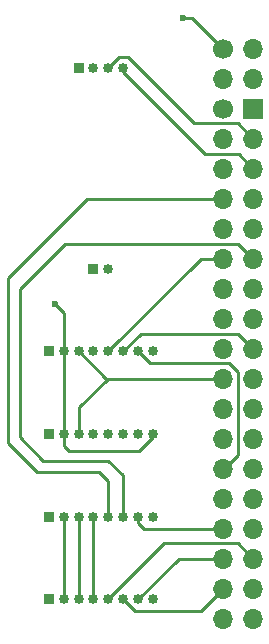
<source format=gbr>
%TF.GenerationSoftware,KiCad,Pcbnew,8.0.9*%
%TF.CreationDate,2026-01-01T18:04:30+09:00*%
%TF.ProjectId,Main,4d61696e-2e6b-4696-9361-645f70636258,rev?*%
%TF.SameCoordinates,Original*%
%TF.FileFunction,Copper,L1,Top*%
%TF.FilePolarity,Positive*%
%FSLAX46Y46*%
G04 Gerber Fmt 4.6, Leading zero omitted, Abs format (unit mm)*
G04 Created by KiCad (PCBNEW 8.0.9) date 2026-01-01 18:04:30*
%MOMM*%
%LPD*%
G01*
G04 APERTURE LIST*
%TA.AperFunction,ComponentPad*%
%ADD10C,1.700000*%
%TD*%
%TA.AperFunction,ComponentPad*%
%ADD11O,1.700000X1.700000*%
%TD*%
%TA.AperFunction,ComponentPad*%
%ADD12R,1.700000X1.700000*%
%TD*%
%TA.AperFunction,ComponentPad*%
%ADD13R,0.850000X0.850000*%
%TD*%
%TA.AperFunction,ComponentPad*%
%ADD14C,0.850000*%
%TD*%
%TA.AperFunction,ViaPad*%
%ADD15C,0.600000*%
%TD*%
%TA.AperFunction,Conductor*%
%ADD16C,0.240000*%
%TD*%
G04 APERTURE END LIST*
D10*
%TO.P,J1,1,3.3V*%
%TO.N,Net-(J1-3.3V)*%
X155230000Y-73370000D03*
D11*
%TO.P,J1,2,5V*%
%TO.N,Net-(J6-5V)*%
X157770000Y-73370000D03*
%TO.P,J1,3,Pin_3*%
%TO.N,unconnected-(J1-Pin_3-Pad3)*%
X155230000Y-75910000D03*
%TO.P,J1,4,5V*%
%TO.N,unconnected-(J1-5V-Pad4)*%
X157770000Y-75910000D03*
D10*
%TO.P,J1,5,Pin_5*%
%TO.N,unconnected-(J1-Pin_5-Pad5)*%
X155230000Y-78450000D03*
D12*
%TO.P,J1,6,GND*%
%TO.N,GND*%
X157770000Y-78450000D03*
D11*
%TO.P,J1,7,Pin_7*%
%TO.N,unconnected-(J1-Pin_7-Pad7)*%
X155230000Y-80990000D03*
%TO.P,J1,8,Pin_8*%
%TO.N,Net-(J1-Pin_8)*%
X157770000Y-80990000D03*
%TO.P,J1,9,Pin_9*%
%TO.N,unconnected-(J1-Pin_9-Pad9)*%
X155230000Y-83530000D03*
%TO.P,J1,10,Pin_10*%
%TO.N,Net-(J1-Pin_10)*%
X157770000Y-83530000D03*
%TO.P,J1,11,DP3_RST*%
%TO.N,Net-(J1-DP3_RST)*%
X155230000Y-86070000D03*
%TO.P,J1,12,Pin_12*%
%TO.N,unconnected-(J1-Pin_12-Pad12)*%
X157770000Y-86070000D03*
%TO.P,J1,13,DP2_RST*%
%TO.N,Net-(J1-DP2_RST)*%
X155230000Y-88610000D03*
%TO.P,J1,14,Pin_14*%
%TO.N,unconnected-(J1-Pin_14-Pad14)*%
X157770000Y-88610000D03*
%TO.P,J1,15,DP1_RST*%
%TO.N,Net-(J1-DP1_RST)*%
X155230000Y-91150000D03*
%TO.P,J1,16,DP3_DC*%
%TO.N,Net-(J1-DP3_DC)*%
X157770000Y-91150000D03*
%TO.P,J1,17,Pin_17*%
%TO.N,unconnected-(J1-Pin_17-Pad17)*%
X155230000Y-93690000D03*
%TO.P,J1,18,DP2_DC*%
%TO.N,Net-(J1-DP2_DC)*%
X157770000Y-93690000D03*
%TO.P,J1,19,SDA*%
%TO.N,Net-(J1-SDA)*%
X155230000Y-96230000D03*
%TO.P,J1,20,Pin_20*%
%TO.N,unconnected-(J1-Pin_20-Pad20)*%
X157770000Y-96230000D03*
%TO.P,J1,21,Pin_21*%
%TO.N,unconnected-(J1-Pin_21-Pad21)*%
X155230000Y-98770000D03*
%TO.P,J1,22,DP1_DC*%
%TO.N,Net-(J1-DP1_DC)*%
X157770000Y-98770000D03*
%TO.P,J1,23,SCK*%
%TO.N,Net-(J1-SCK)*%
X155230000Y-101310000D03*
%TO.P,J1,24,Pin_24*%
%TO.N,unconnected-(J1-Pin_24-Pad24)*%
X157770000Y-101310000D03*
%TO.P,J1,25,Pin_25*%
%TO.N,unconnected-(J1-Pin_25-Pad25)*%
X155230000Y-103850000D03*
%TO.P,J1,26,Pin_26*%
%TO.N,unconnected-(J1-Pin_26-Pad26)*%
X157770000Y-103850000D03*
%TO.P,J1,27,Pin_27*%
%TO.N,unconnected-(J1-Pin_27-Pad27)*%
X155230000Y-106390000D03*
%TO.P,J1,28,Pin_28*%
%TO.N,unconnected-(J1-Pin_28-Pad28)*%
X157770000Y-106390000D03*
%TO.P,J1,29,DP1_CS*%
%TO.N,Net-(J1-DP1_CS)*%
X155230000Y-108930000D03*
%TO.P,J1,30,Pin_30*%
%TO.N,unconnected-(J1-Pin_30-Pad30)*%
X157770000Y-108930000D03*
%TO.P,J1,31,DP2_CS*%
%TO.N,Net-(J1-DP2_CS)*%
X155230000Y-111470000D03*
%TO.P,J1,32,Pin_32*%
%TO.N,unconnected-(J1-Pin_32-Pad32)*%
X157770000Y-111470000D03*
%TO.P,J1,33,DP3_CS*%
%TO.N,Net-(J1-DP3_CS)*%
X155230000Y-114010000D03*
%TO.P,J1,34,Pin_34*%
%TO.N,unconnected-(J1-Pin_34-Pad34)*%
X157770000Y-114010000D03*
%TO.P,J1,35,DP4_CS*%
%TO.N,Net-(J1-DP4_CS)*%
X155230000Y-116550000D03*
%TO.P,J1,36,DP4_RST*%
%TO.N,Net-(J1-DP4_RST)*%
X157770000Y-116550000D03*
%TO.P,J1,37,DP4_DC*%
%TO.N,Net-(J1-DP4_DC)*%
X155230000Y-119090000D03*
%TO.P,J1,38,Pin_38*%
%TO.N,unconnected-(J1-Pin_38-Pad38)*%
X157770000Y-119090000D03*
%TO.P,J1,39,Pin_39*%
%TO.N,unconnected-(J1-Pin_39-Pad39)*%
X155230000Y-121630000D03*
%TO.P,J1,40,Pin_40*%
%TO.N,unconnected-(J1-Pin_40-Pad40)*%
X157770000Y-121630000D03*
%TD*%
D13*
%TO.P,J5,1,GND*%
%TO.N,GND*%
X140500000Y-120000000D03*
D14*
%TO.P,J5,2,VCC*%
%TO.N,Net-(J1-3.3V)*%
X141750000Y-120000000D03*
%TO.P,J5,3,SCL*%
%TO.N,Net-(J1-SCK)*%
X143000000Y-120000000D03*
%TO.P,J5,4,SDA*%
%TO.N,Net-(J1-SDA)*%
X144250000Y-120000000D03*
%TO.P,J5,5,RST*%
%TO.N,Net-(J1-DP4_RST)*%
X145500000Y-120000000D03*
%TO.P,J5,6,DC*%
%TO.N,Net-(J1-DP4_DC)*%
X146750000Y-120000000D03*
%TO.P,J5,7,CS*%
%TO.N,Net-(J1-DP4_CS)*%
X148000000Y-120000000D03*
%TO.P,J5,8,BL*%
%TO.N,Net-(J1-3.3V)*%
X149250000Y-120000000D03*
%TD*%
D13*
%TO.P,J2,1,GND*%
%TO.N,GND*%
X140500000Y-99000000D03*
D14*
%TO.P,J2,2,VCC*%
%TO.N,Net-(J1-3.3V)*%
X141750000Y-99000000D03*
%TO.P,J2,3,SCL*%
%TO.N,Net-(J1-SCK)*%
X143000000Y-99000000D03*
%TO.P,J2,4,SDA*%
%TO.N,Net-(J1-SDA)*%
X144250000Y-99000000D03*
%TO.P,J2,5,RST*%
%TO.N,Net-(J1-DP1_RST)*%
X145500000Y-99000000D03*
%TO.P,J2,6,DC*%
%TO.N,Net-(J1-DP1_DC)*%
X146750000Y-99000000D03*
%TO.P,J2,7,CS*%
%TO.N,Net-(J1-DP1_CS)*%
X148000000Y-99000000D03*
%TO.P,J2,8,BL*%
%TO.N,Net-(J1-3.3V)*%
X149250000Y-99000000D03*
%TD*%
D13*
%TO.P,J3,1,GND*%
%TO.N,GND*%
X140500000Y-106000000D03*
D14*
%TO.P,J3,2,VCC*%
%TO.N,Net-(J1-3.3V)*%
X141750000Y-106000000D03*
%TO.P,J3,3,SCL*%
%TO.N,Net-(J1-SCK)*%
X143000000Y-106000000D03*
%TO.P,J3,4,SDA*%
%TO.N,Net-(J1-SDA)*%
X144250000Y-106000000D03*
%TO.P,J3,5,RST*%
%TO.N,Net-(J1-DP2_RST)*%
X145500000Y-106000000D03*
%TO.P,J3,6,DC*%
%TO.N,Net-(J1-DP2_DC)*%
X146750000Y-106000000D03*
%TO.P,J3,7,CS*%
%TO.N,Net-(J1-DP2_CS)*%
X148000000Y-106000000D03*
%TO.P,J3,8,BL*%
%TO.N,Net-(J1-3.3V)*%
X149250000Y-106000000D03*
%TD*%
D13*
%TO.P,J7,1,GND*%
%TO.N,GND*%
X144250000Y-92000000D03*
D14*
%TO.P,J7,2,5V*%
%TO.N,Net-(J6-5V)*%
X145500000Y-92000000D03*
%TD*%
D13*
%TO.P,J4,1,GND*%
%TO.N,GND*%
X140500000Y-113000000D03*
D14*
%TO.P,J4,2,VCC*%
%TO.N,Net-(J1-3.3V)*%
X141750000Y-113000000D03*
%TO.P,J4,3,SCL*%
%TO.N,Net-(J1-SCK)*%
X143000000Y-113000000D03*
%TO.P,J4,4,SDA*%
%TO.N,Net-(J1-SDA)*%
X144250000Y-113000000D03*
%TO.P,J4,5,RST*%
%TO.N,Net-(J1-DP3_RST)*%
X145500000Y-113000000D03*
%TO.P,J4,6,DC*%
%TO.N,Net-(J1-DP3_DC)*%
X146750000Y-113000000D03*
%TO.P,J4,7,CS*%
%TO.N,Net-(J1-DP3_CS)*%
X148000000Y-113000000D03*
%TO.P,J4,8,BL*%
%TO.N,Net-(J1-3.3V)*%
X149250000Y-113000000D03*
%TD*%
D13*
%TO.P,J6,1,GND*%
%TO.N,GND*%
X143000000Y-75000000D03*
D14*
%TO.P,J6,2,5V*%
%TO.N,Net-(J6-5V)*%
X144250000Y-75000000D03*
%TO.P,J6,3,TX*%
%TO.N,Net-(J1-Pin_8)*%
X145500000Y-75000000D03*
%TO.P,J6,4,RX*%
%TO.N,Net-(J1-Pin_10)*%
X146750000Y-75000000D03*
%TD*%
D15*
%TO.N,Net-(J1-3.3V)*%
X151800000Y-70800000D03*
X141000000Y-95000000D03*
%TD*%
D16*
%TO.N,Net-(J1-DP1_RST)*%
X153350000Y-91150000D02*
X155230000Y-91150000D01*
X145500000Y-99000000D02*
X153350000Y-91150000D01*
%TO.N,Net-(J1-DP3_DC)*%
X141870000Y-89880000D02*
X156500000Y-89880000D01*
X145500000Y-108250000D02*
X140000000Y-108250000D01*
X146750000Y-113000000D02*
X146750000Y-109500000D01*
X138000000Y-93750000D02*
X141870000Y-89880000D01*
X140000000Y-108250000D02*
X138000000Y-106250000D01*
X146750000Y-109500000D02*
X145500000Y-108250000D01*
X156500000Y-89880000D02*
X157770000Y-91150000D01*
X138000000Y-106250000D02*
X138000000Y-93750000D01*
%TO.N,Net-(J1-DP1_CS)*%
X148000000Y-99000000D02*
X149000000Y-100000000D01*
X155230000Y-108855000D02*
X155230000Y-108930000D01*
X155395000Y-108855000D02*
X155230000Y-108855000D01*
X156500000Y-107750000D02*
X155395000Y-108855000D01*
X155757057Y-100000000D02*
X156500000Y-100742943D01*
X156500000Y-100742943D02*
X156500000Y-107750000D01*
X149000000Y-100000000D02*
X155757057Y-100000000D01*
%TO.N,Net-(J1-SDA)*%
X144250000Y-120000000D02*
X144250000Y-113000000D01*
%TO.N,Net-(J1-3.3V)*%
X141750000Y-107000000D02*
X141750000Y-106000000D01*
X149250000Y-106000000D02*
X149250000Y-106250000D01*
X155175000Y-73370000D02*
X155230000Y-73370000D01*
X141750000Y-120000000D02*
X141750000Y-113000000D01*
X151800000Y-70800000D02*
X152605000Y-70800000D01*
X141750000Y-99000000D02*
X141750000Y-95750000D01*
X152605000Y-70800000D02*
X155175000Y-73370000D01*
X142150000Y-107400000D02*
X141750000Y-107000000D01*
X148100000Y-107400000D02*
X142150000Y-107400000D01*
X149250000Y-106250000D02*
X148100000Y-107400000D01*
X141750000Y-106000000D02*
X141750000Y-99000000D01*
X141750000Y-95750000D02*
X141000000Y-95000000D01*
%TO.N,Net-(J1-Pin_10)*%
X146750000Y-75000000D02*
X146750000Y-75350000D01*
X153700000Y-82300000D02*
X156540000Y-82300000D01*
X156540000Y-82300000D02*
X157770000Y-83530000D01*
X146750000Y-75350000D02*
X153700000Y-82300000D01*
%TO.N,Net-(J1-DP4_RST)*%
X145500000Y-120000000D02*
X150250000Y-115250000D01*
X150250000Y-115250000D02*
X156470000Y-115250000D01*
X156470000Y-115250000D02*
X157770000Y-116550000D01*
%TO.N,Net-(J1-DP3_RST)*%
X145500000Y-113000000D02*
X145500000Y-110000000D01*
X139500000Y-109250000D02*
X137000000Y-106750000D01*
X144750000Y-109250000D02*
X139500000Y-109250000D01*
X137000000Y-92750000D02*
X143680000Y-86070000D01*
X145500000Y-110000000D02*
X144750000Y-109250000D01*
X137000000Y-106750000D02*
X137000000Y-92750000D01*
X143680000Y-86070000D02*
X155230000Y-86070000D01*
%TO.N,Net-(J1-DP1_DC)*%
X156500000Y-97500000D02*
X157770000Y-98770000D01*
X148250000Y-97500000D02*
X156500000Y-97500000D01*
X146750000Y-99000000D02*
X148250000Y-97500000D01*
%TO.N,Net-(J1-SCK)*%
X145310000Y-101310000D02*
X143000000Y-99000000D01*
X145440000Y-101310000D02*
X147690000Y-101310000D01*
X147690000Y-101310000D02*
X155230000Y-101310000D01*
X155230000Y-101310000D02*
X145310000Y-101310000D01*
X143000000Y-120000000D02*
X143000000Y-113000000D01*
X143000000Y-106000000D02*
X143000000Y-103750000D01*
X143000000Y-103750000D02*
X145440000Y-101310000D01*
%TO.N,Net-(J1-DP4_DC)*%
X147750000Y-121000000D02*
X153320000Y-121000000D01*
X146750000Y-120000000D02*
X147750000Y-121000000D01*
X153320000Y-121000000D02*
X155230000Y-119090000D01*
%TO.N,Net-(J1-DP4_CS)*%
X148000000Y-120000000D02*
X151450000Y-116550000D01*
X151450000Y-116550000D02*
X155230000Y-116550000D01*
%TO.N,Net-(J1-DP3_CS)*%
X148000000Y-113500000D02*
X148510000Y-114010000D01*
X148000000Y-113000000D02*
X148000000Y-113500000D01*
X148510000Y-114010000D02*
X155230000Y-114010000D01*
%TO.N,Net-(J1-Pin_8)*%
X152800000Y-79700000D02*
X156480000Y-79700000D01*
X146400000Y-74100000D02*
X147200000Y-74100000D01*
X147200000Y-74100000D02*
X152800000Y-79700000D01*
X145500000Y-75000000D02*
X146400000Y-74100000D01*
X156480000Y-79700000D02*
X157770000Y-80990000D01*
%TD*%
M02*

</source>
